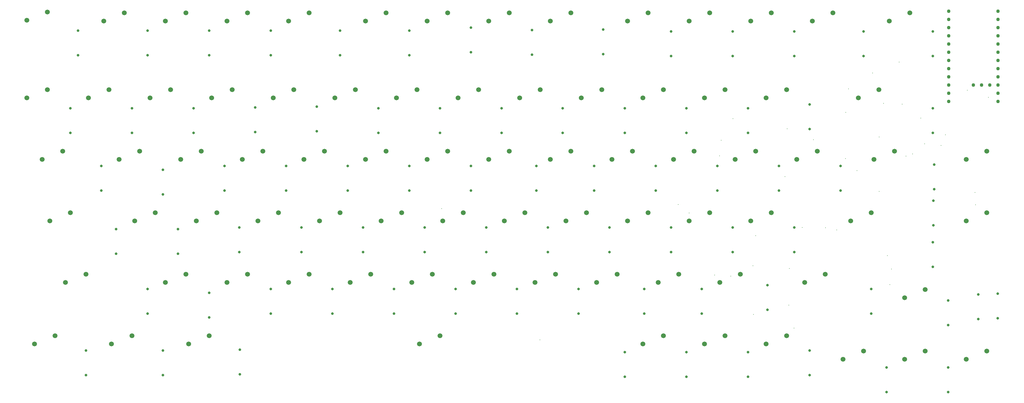
<source format=gbr>
%TF.GenerationSoftware,KiCad,Pcbnew,9.0.2*%
%TF.CreationDate,2025-06-24T14:03:40-04:00*%
%TF.ProjectId,allankeyboard,616c6c61-6e6b-4657-9962-6f6172642e6b,rev?*%
%TF.SameCoordinates,Original*%
%TF.FileFunction,Plated,1,2,PTH,Drill*%
%TF.FilePolarity,Positive*%
%FSLAX46Y46*%
G04 Gerber Fmt 4.6, Leading zero omitted, Abs format (unit mm)*
G04 Created by KiCad (PCBNEW 9.0.2) date 2025-06-24 14:03:40*
%MOMM*%
%LPD*%
G01*
G04 APERTURE LIST*
%TA.AperFunction,ViaDrill*%
%ADD10C,0.300000*%
%TD*%
%TA.AperFunction,ComponentDrill*%
%ADD11C,0.800000*%
%TD*%
%TA.AperFunction,ComponentDrill*%
%ADD12C,1.092200*%
%TD*%
%TA.AperFunction,ComponentDrill*%
%ADD13C,1.500000*%
%TD*%
G04 APERTURE END LIST*
D10*
X260370000Y-221410000D03*
X290750000Y-262000000D03*
X333490000Y-220100000D03*
X336930000Y-222750000D03*
X344730000Y-241970000D03*
X346270000Y-205100000D03*
X346830000Y-200260000D03*
X349760000Y-242290000D03*
X350470000Y-193520000D03*
X356600000Y-239090000D03*
X356760000Y-254180000D03*
X357470000Y-229770000D03*
X366560000Y-211510000D03*
X367240000Y-196670000D03*
X367680000Y-251290000D03*
X367850000Y-239940000D03*
X369350000Y-258430000D03*
X371840000Y-227280000D03*
X375340000Y-200100000D03*
X379090000Y-227360000D03*
X382520000Y-228010000D03*
X385210000Y-205880000D03*
X385330000Y-191600000D03*
X386140000Y-184340000D03*
X388780000Y-209610000D03*
X393610000Y-179400000D03*
X395630000Y-199230000D03*
X395630000Y-216070000D03*
X396970000Y-188810000D03*
X398200000Y-235980000D03*
X398930000Y-244900000D03*
X399420000Y-240140000D03*
X401840000Y-176000000D03*
X402780000Y-189040000D03*
X403930000Y-205180000D03*
X406010000Y-204480000D03*
X408560000Y-193380000D03*
X409680000Y-201300000D03*
X414790000Y-201860000D03*
X416140000Y-198530000D03*
X422920000Y-184700000D03*
X425290000Y-216420000D03*
X425490000Y-220210000D03*
X429400000Y-186910000D03*
D11*
%TO.C,D15*%
X145567800Y-190324200D03*
X145567800Y-197944200D03*
%TO.C,D1*%
X147950000Y-166275000D03*
X147950000Y-173895000D03*
%TO.C,D72*%
X150330200Y-265332000D03*
X150330200Y-272952000D03*
%TO.C,D30*%
X155092600Y-208183200D03*
X155092600Y-215803200D03*
%TO.C,D45*%
X159725000Y-227710000D03*
X159725000Y-235330000D03*
%TO.C,D16*%
X164617400Y-190324200D03*
X164617400Y-197944200D03*
%TO.C,D59*%
X169379800Y-246282400D03*
X169379800Y-253902400D03*
%TO.C,D2*%
X169381250Y-166275000D03*
X169381250Y-173895000D03*
%TO.C,D31*%
X174142200Y-209373800D03*
X174142200Y-216993800D03*
%TO.C,D73*%
X174142200Y-265332000D03*
X174142200Y-272952000D03*
%TO.C,D46*%
X178825000Y-227710000D03*
X178825000Y-235330000D03*
%TO.C,D17*%
X183667000Y-190324200D03*
X183667000Y-197944200D03*
%TO.C,D60*%
X188429400Y-247473000D03*
X188429400Y-255093000D03*
%TO.C,D3*%
X188431250Y-166275000D03*
X188431250Y-173895000D03*
%TO.C,D32*%
X193191800Y-208183200D03*
X193191800Y-215803200D03*
%TO.C,D47*%
X197797500Y-227232800D03*
X197797500Y-234852800D03*
%TO.C,D74*%
X197954200Y-265093800D03*
X197954200Y-272713800D03*
%TO.C,D18*%
X202716600Y-190086000D03*
X202716600Y-197706000D03*
%TO.C,D61*%
X207479000Y-246282400D03*
X207479000Y-253902400D03*
%TO.C,D4*%
X207481250Y-166275000D03*
X207481250Y-173895000D03*
%TO.C,D33*%
X212241400Y-208183200D03*
X212241400Y-215803200D03*
%TO.C,D48*%
X217003800Y-227232800D03*
X217003800Y-234852800D03*
%TO.C,D19*%
X221766200Y-189847800D03*
X221766200Y-197467800D03*
%TO.C,D62*%
X226528600Y-246282400D03*
X226528600Y-253902400D03*
%TO.C,D5*%
X228912500Y-166275000D03*
X228912500Y-173895000D03*
%TO.C,D34*%
X231291000Y-208183200D03*
X231291000Y-215803200D03*
%TO.C,D49*%
X236053400Y-227232800D03*
X236053400Y-234852800D03*
%TO.C,D20*%
X240815800Y-190324200D03*
X240815800Y-197944200D03*
%TO.C,D63*%
X245578200Y-246282400D03*
X245578200Y-253902400D03*
%TO.C,D35*%
X250340600Y-208183200D03*
X250340600Y-215803200D03*
%TO.C,D6*%
X250343750Y-166275000D03*
X250343750Y-173895000D03*
%TO.C,D50*%
X255103000Y-227232800D03*
X255103000Y-234852800D03*
%TO.C,D21*%
X259865400Y-190324200D03*
X259865400Y-197944200D03*
%TO.C,D64*%
X264627800Y-246282400D03*
X264627800Y-253902400D03*
%TO.C,D36*%
X269390200Y-208183200D03*
X269390200Y-215803200D03*
%TO.C,D7*%
X269393750Y-165322500D03*
X269393750Y-172942500D03*
%TO.C,D51*%
X274152600Y-227232800D03*
X274152600Y-234852800D03*
%TO.C,D22*%
X278915000Y-190324200D03*
X278915000Y-197944200D03*
%TO.C,D65*%
X283677400Y-246282400D03*
X283677400Y-253902400D03*
%TO.C,D8*%
X288325000Y-166150000D03*
X288325000Y-173770000D03*
%TO.C,D37*%
X289630400Y-208183200D03*
X289630400Y-215803200D03*
%TO.C,D52*%
X293202200Y-227232800D03*
X293202200Y-234852800D03*
%TO.C,D23*%
X297810000Y-190324200D03*
X297810000Y-197944200D03*
%TO.C,D66*%
X302727000Y-246282400D03*
X302727000Y-253902400D03*
%TO.C,D38*%
X307489400Y-208183200D03*
X307489400Y-215803200D03*
%TO.C,D9*%
X310325000Y-165960000D03*
X310325000Y-173580000D03*
%TO.C,D53*%
X312251800Y-227232800D03*
X312251800Y-234852800D03*
%TO.C,D24*%
X317014200Y-190324200D03*
X317014200Y-197944200D03*
%TO.C,D75*%
X317014200Y-265843000D03*
X317014200Y-273463000D03*
%TO.C,D67*%
X322967200Y-246282400D03*
X322967200Y-253902400D03*
%TO.C,D39*%
X326539000Y-208183200D03*
X326539000Y-215803200D03*
%TO.C,D10*%
X331301400Y-166512200D03*
X331301400Y-174132200D03*
%TO.C,D54*%
X331301400Y-227232800D03*
X331301400Y-234852800D03*
%TO.C,D25*%
X336063800Y-190324200D03*
X336063800Y-197944200D03*
%TO.C,D76*%
X336063800Y-265843000D03*
X336063800Y-273463000D03*
%TO.C,D68*%
X340826200Y-246282400D03*
X340826200Y-253902400D03*
%TO.C,D40*%
X345588600Y-208183200D03*
X345588600Y-215803200D03*
%TO.C,D11*%
X350351000Y-166512200D03*
X350351000Y-174132200D03*
%TO.C,D55*%
X350351000Y-227232800D03*
X350351000Y-234852800D03*
%TO.C,D26*%
X355113400Y-190324200D03*
X355113400Y-197944200D03*
%TO.C,D77*%
X355113400Y-265843000D03*
X355113400Y-273463000D03*
%TO.C,D69*%
X361066400Y-245091800D03*
X361066400Y-252711800D03*
%TO.C,D41*%
X364638200Y-208183200D03*
X364638200Y-215803200D03*
%TO.C,D12*%
X369400600Y-166512200D03*
X369400600Y-174132200D03*
%TO.C,D56*%
X369400600Y-227232800D03*
X369400600Y-234852800D03*
%TO.C,D27*%
X374163000Y-189133600D03*
X374163000Y-196753600D03*
%TO.C,D78*%
X374163000Y-265332000D03*
X374163000Y-272952000D03*
%TO.C,D42*%
X383687800Y-208183200D03*
X383687800Y-215803200D03*
%TO.C,D13*%
X390831400Y-166512200D03*
X390831400Y-174132200D03*
%TO.C,D70*%
X393212600Y-246282400D03*
X393212600Y-253902400D03*
%TO.C,D79*%
X397975000Y-270605500D03*
X397975000Y-278225500D03*
%TO.C,D57*%
X412250000Y-231850000D03*
X412250000Y-239470000D03*
%TO.C,D14*%
X412262200Y-166512200D03*
X412262200Y-174132200D03*
%TO.C,D28*%
X412262200Y-190324200D03*
X412262200Y-197944200D03*
%TO.C,D44*%
X412450000Y-218950000D03*
X412450000Y-226570000D03*
%TO.C,D43*%
X412700000Y-207800000D03*
X412700000Y-215420000D03*
%TO.C,D71*%
X417024600Y-249854200D03*
X417024600Y-257474200D03*
%TO.C,D80*%
X417024600Y-270605500D03*
X417024600Y-278225500D03*
%TO.C,D81*%
X426330000Y-248000000D03*
X426330000Y-255620000D03*
%TO.C,D58*%
X432350000Y-247690000D03*
X432350000Y-255310000D03*
D12*
%TO.C,U1*%
X417130000Y-160310000D03*
X417130000Y-162850000D03*
X417130000Y-165390000D03*
X417130000Y-167930000D03*
X417130000Y-170470000D03*
X417130000Y-173010000D03*
X417130000Y-175550000D03*
X417130000Y-178090000D03*
X417130000Y-180630000D03*
X417130000Y-183170000D03*
X417130000Y-185710000D03*
X417130000Y-188250000D03*
X424750000Y-183170000D03*
X427290000Y-183170000D03*
X429830000Y-183170000D03*
X432370000Y-160310000D03*
X432370000Y-162850000D03*
X432370000Y-165390000D03*
X432370000Y-167930000D03*
X432370000Y-170470000D03*
X432370000Y-173010000D03*
X432370000Y-175550000D03*
X432370000Y-178090000D03*
X432370000Y-180630000D03*
X432370000Y-183170000D03*
X432370000Y-185710000D03*
X432370000Y-188250000D03*
D13*
%TO.C,S1*%
X132075000Y-163100000D03*
%TO.C,S15*%
X132075000Y-187103000D03*
%TO.C,S72*%
X134456250Y-263303000D03*
%TO.C,S30*%
X136837500Y-206153000D03*
%TO.C,S1*%
X138425000Y-160560000D03*
%TO.C,S15*%
X138425000Y-184563000D03*
%TO.C,S45*%
X139215000Y-225170000D03*
%TO.C,S72*%
X140806250Y-260763000D03*
%TO.C,S30*%
X143187500Y-203613000D03*
%TO.C,S59*%
X143981250Y-244253000D03*
%TO.C,S45*%
X145565000Y-222630000D03*
%TO.C,S59*%
X150331250Y-241713000D03*
%TO.C,S16*%
X151125000Y-187103000D03*
%TO.C,S2*%
X155887500Y-163290500D03*
%TO.C,S16*%
X157475000Y-184563000D03*
%TO.C,S73*%
X158268750Y-263303000D03*
%TO.C,S31*%
X160650000Y-206153000D03*
%TO.C,S2*%
X162237500Y-160750500D03*
%TO.C,S73*%
X164618750Y-260763000D03*
%TO.C,S46*%
X165412500Y-225203000D03*
%TO.C,S31*%
X167000000Y-203613000D03*
%TO.C,S17*%
X170175000Y-187103000D03*
%TO.C,S46*%
X171762500Y-222663000D03*
%TO.C,S3*%
X174937500Y-163290500D03*
%TO.C,S60*%
X174937500Y-244253000D03*
%TO.C,S17*%
X176525000Y-184563000D03*
%TO.C,S32*%
X179700000Y-206153000D03*
%TO.C,S3*%
X181287500Y-160750500D03*
%TO.C,S60*%
X181287500Y-241713000D03*
%TO.C,S74*%
X182081250Y-263303000D03*
%TO.C,S47*%
X184462500Y-225203000D03*
%TO.C,S32*%
X186050000Y-203613000D03*
%TO.C,S74*%
X188431250Y-260763000D03*
%TO.C,S18*%
X189225000Y-187103000D03*
%TO.C,S47*%
X190812500Y-222663000D03*
%TO.C,S4*%
X193987500Y-163290500D03*
%TO.C,S61*%
X193987500Y-244253000D03*
%TO.C,S18*%
X195575000Y-184563000D03*
%TO.C,S33*%
X198750000Y-206153000D03*
%TO.C,S4*%
X200337500Y-160750500D03*
%TO.C,S61*%
X200337500Y-241713000D03*
%TO.C,S48*%
X203512500Y-225203000D03*
%TO.C,S33*%
X205100000Y-203613000D03*
%TO.C,S19*%
X208275000Y-187103000D03*
%TO.C,S48*%
X209862500Y-222663000D03*
%TO.C,S5*%
X213037500Y-163290500D03*
%TO.C,S62*%
X213037500Y-244253000D03*
%TO.C,S19*%
X214625000Y-184563000D03*
%TO.C,S34*%
X217800000Y-206153000D03*
%TO.C,S5*%
X219387500Y-160750500D03*
%TO.C,S62*%
X219387500Y-241713000D03*
%TO.C,S49*%
X222562500Y-225203000D03*
%TO.C,S34*%
X224150000Y-203613000D03*
%TO.C,S20*%
X227325000Y-187103000D03*
%TO.C,S49*%
X228912500Y-222663000D03*
%TO.C,S63*%
X232087500Y-244253000D03*
%TO.C,S20*%
X233675000Y-184563000D03*
%TO.C,S6*%
X236850000Y-163290500D03*
%TO.C,S35*%
X236850000Y-206153000D03*
%TO.C,S63*%
X238437500Y-241713000D03*
%TO.C,S50*%
X241612500Y-225203000D03*
%TO.C,S6*%
X243200000Y-160750500D03*
%TO.C,S35*%
X243200000Y-203613000D03*
%TO.C,S21*%
X246375000Y-187103000D03*
%TO.C,S50*%
X247962500Y-222663000D03*
%TO.C,S64*%
X251137500Y-244253000D03*
%TO.C,S21*%
X252725000Y-184563000D03*
%TO.C,S75*%
X253518750Y-263303000D03*
%TO.C,S7*%
X255900000Y-163290500D03*
%TO.C,S36*%
X255900000Y-206153000D03*
%TO.C,S64*%
X257487500Y-241713000D03*
%TO.C,S75*%
X259868750Y-260763000D03*
%TO.C,S51*%
X260662500Y-225203000D03*
%TO.C,S7*%
X262250000Y-160750500D03*
%TO.C,S36*%
X262250000Y-203613000D03*
%TO.C,S22*%
X265425000Y-187103000D03*
%TO.C,S51*%
X267012500Y-222663000D03*
%TO.C,S65*%
X270187500Y-244253000D03*
%TO.C,S22*%
X271775000Y-184563000D03*
%TO.C,S8*%
X274950000Y-163290500D03*
%TO.C,S37*%
X274950000Y-206153000D03*
%TO.C,S65*%
X276537500Y-241713000D03*
%TO.C,S52*%
X279712500Y-225203000D03*
%TO.C,S8*%
X281300000Y-160750500D03*
%TO.C,S37*%
X281300000Y-203613000D03*
%TO.C,S23*%
X284475000Y-187103000D03*
%TO.C,S52*%
X286062500Y-222663000D03*
%TO.C,S66*%
X289237500Y-244253000D03*
%TO.C,S23*%
X290825000Y-184563000D03*
%TO.C,S9*%
X294000000Y-163290500D03*
%TO.C,S38*%
X294000000Y-206153000D03*
%TO.C,S66*%
X295587500Y-241713000D03*
%TO.C,S53*%
X298762500Y-225203000D03*
%TO.C,S9*%
X300350000Y-160750500D03*
%TO.C,S38*%
X300350000Y-203613000D03*
%TO.C,S24*%
X303525000Y-187103000D03*
%TO.C,S53*%
X305112500Y-222663000D03*
%TO.C,S67*%
X308287500Y-244253000D03*
%TO.C,S24*%
X309875000Y-184563000D03*
%TO.C,S39*%
X313050000Y-206153000D03*
%TO.C,S67*%
X314637500Y-241713000D03*
%TO.C,S10*%
X317812500Y-163290500D03*
%TO.C,S54*%
X317812500Y-225203000D03*
%TO.C,S39*%
X319400000Y-203613000D03*
%TO.C,S25*%
X322575000Y-187103000D03*
%TO.C,S76*%
X322575000Y-263303000D03*
%TO.C,S10*%
X324162500Y-160750500D03*
%TO.C,S54*%
X324162500Y-222663000D03*
%TO.C,S68*%
X327337500Y-244253000D03*
%TO.C,S25*%
X328925000Y-184563000D03*
%TO.C,S76*%
X328925000Y-260763000D03*
%TO.C,S40*%
X332100000Y-206153000D03*
%TO.C,S68*%
X333687500Y-241713000D03*
%TO.C,S11*%
X336862500Y-163290500D03*
%TO.C,S55*%
X336862500Y-225203000D03*
%TO.C,S40*%
X338450000Y-203613000D03*
%TO.C,S26*%
X341625000Y-187103000D03*
%TO.C,S77*%
X341625000Y-263303000D03*
%TO.C,S11*%
X343212500Y-160750500D03*
%TO.C,S55*%
X343212500Y-222663000D03*
%TO.C,S69*%
X346387500Y-244253000D03*
%TO.C,S26*%
X347975000Y-184563000D03*
%TO.C,S77*%
X347975000Y-260763000D03*
%TO.C,S41*%
X351150000Y-206153000D03*
%TO.C,S69*%
X352737500Y-241713000D03*
%TO.C,S12*%
X355912500Y-163290500D03*
%TO.C,S56*%
X355912500Y-225203000D03*
%TO.C,S41*%
X357500000Y-203613000D03*
%TO.C,S27*%
X360675000Y-187103000D03*
%TO.C,S78*%
X360675000Y-263303000D03*
%TO.C,S12*%
X362262500Y-160750500D03*
%TO.C,S56*%
X362262500Y-222663000D03*
%TO.C,S27*%
X367025000Y-184563000D03*
%TO.C,S78*%
X367025000Y-260763000D03*
%TO.C,S42*%
X370200000Y-206153000D03*
%TO.C,S70*%
X372581250Y-244253000D03*
%TO.C,S13*%
X374962500Y-163290500D03*
%TO.C,S42*%
X376550000Y-203613000D03*
%TO.C,S70*%
X378931250Y-241713000D03*
%TO.C,S13*%
X381312500Y-160750500D03*
%TO.C,S79*%
X384487500Y-268065500D03*
%TO.C,S57*%
X386868750Y-225203000D03*
%TO.C,S28*%
X389250000Y-187103000D03*
%TO.C,S79*%
X390837500Y-265525500D03*
%TO.C,S57*%
X393218750Y-222663000D03*
%TO.C,S43*%
X394012500Y-206153000D03*
%TO.C,S28*%
X395600000Y-184563000D03*
%TO.C,S14*%
X398775000Y-163290500D03*
%TO.C,S43*%
X400362500Y-203613000D03*
%TO.C,S71*%
X403537500Y-249015500D03*
%TO.C,S80*%
X403537500Y-268065500D03*
%TO.C,S14*%
X405125000Y-160750500D03*
%TO.C,S71*%
X409887500Y-246475500D03*
%TO.C,S80*%
X409887500Y-265525500D03*
%TO.C,S44*%
X422587500Y-206153000D03*
%TO.C,S58*%
X422587500Y-225203000D03*
%TO.C,S81*%
X422587500Y-268065500D03*
%TO.C,S44*%
X428937500Y-203613000D03*
%TO.C,S58*%
X428937500Y-222663000D03*
%TO.C,S81*%
X428937500Y-265525500D03*
M02*

</source>
